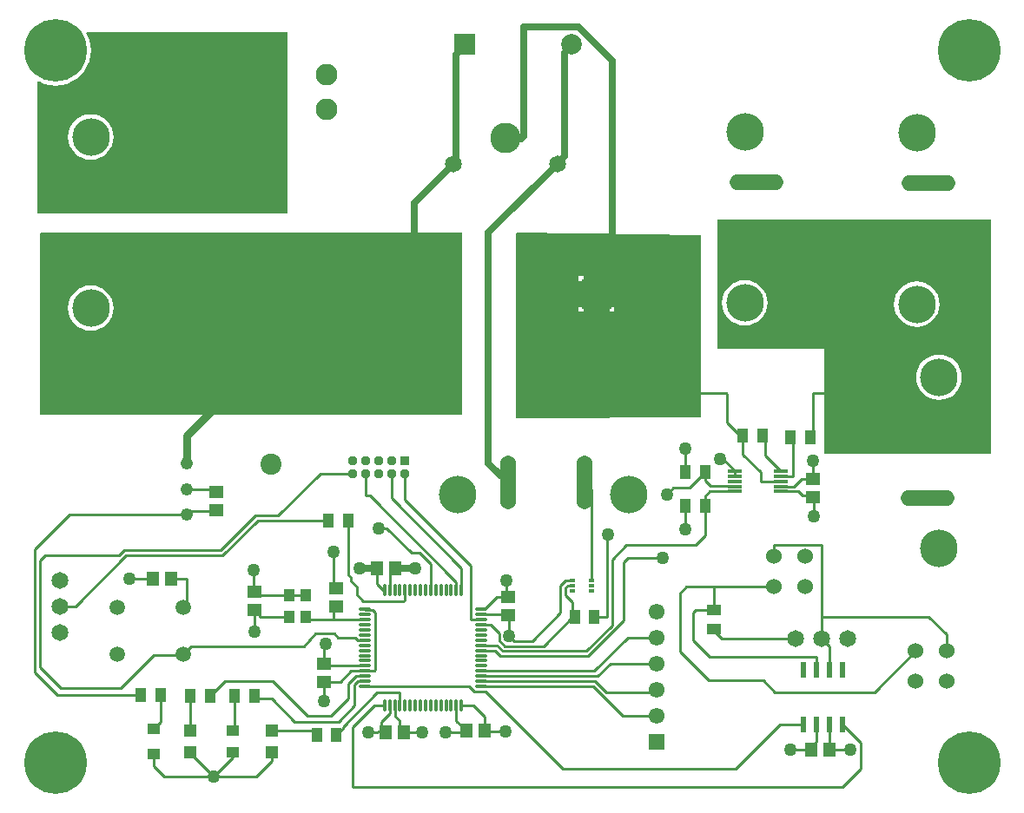
<source format=gbr>
%FSTAX23Y23*%
%MOIN*%
%SFA1B1*%

%IPPOS*%
%AMD21*
4,1,8,-0.026500,0.004000,-0.026500,-0.004000,-0.024500,-0.006000,0.024500,-0.006000,0.026500,-0.004000,0.026500,0.004000,0.024500,0.006000,-0.024500,0.006000,-0.026500,0.004000,0.0*
1,1,0.004000,-0.024500,0.004000*
1,1,0.004000,-0.024500,-0.004000*
1,1,0.004000,0.024500,-0.004000*
1,1,0.004000,0.024500,0.004000*
%
%ADD10R,0.043000X0.051000*%
%ADD11R,0.047000X0.047000*%
%ADD12R,0.041000X0.055000*%
%ADD13R,0.024000X0.012000*%
%ADD14R,0.045000X0.057000*%
%ADD15R,0.057000X0.045000*%
%ADD16O,0.051000X0.012000*%
%ADD17O,0.012000X0.051000*%
%ADD18R,0.049000X0.043000*%
%ADD19R,0.055000X0.041000*%
%ADD20R,0.024000X0.059000*%
G04~CAMADD=21~8~0.0~0.0~120.0~530.0~20.0~0.0~15~0.0~0.0~0.0~0.0~0~0.0~0.0~0.0~0.0~0~0.0~0.0~0.0~90.0~530.0~120.0*
%ADD21D21*%
%ADD22R,0.047000X0.043000*%
%ADD23C,0.011000*%
%ADD24C,0.025000*%
%ADD25C,0.010000*%
%ADD26C,0.030000*%
%ADD27C,0.060000*%
%ADD28R,0.061000X0.061000*%
%ADD29C,0.061000*%
%ADD30O,0.207000X0.060000*%
%ADD31C,0.144000*%
%ADD32O,0.060000X0.207000*%
%ADD33C,0.079000*%
%ADD34R,0.079000X0.079000*%
%ADD35C,0.081000*%
%ADD36C,0.083000*%
%ADD37R,0.083000X0.083000*%
%ADD38C,0.037000*%
%ADD39R,0.037000X0.037000*%
%ADD40C,0.059000*%
%ADD41C,0.065000*%
%ADD42C,0.049000*%
%ADD43C,0.240000*%
%ADD44C,0.075000*%
%ADD45C,0.065000*%
%ADD46C,0.121000*%
%ADD47C,0.117000*%
%ADD48R,0.117000X0.117000*%
%ADD49C,0.050000*%
%LNbatt_man_rev2_copper_signal_top-1*%
%LPD*%
G36*
X0104Y0272D02*
X0008D01*
Y03224*
X00084Y03227*
X00089Y03224*
X00108Y03216*
X00129Y03211*
X0015Y0321*
X00171Y03211*
X00192Y03216*
X00211Y03224*
X0023Y03235*
X00246Y03249*
X0026Y03265*
X00271Y03284*
X00279Y03303*
X00284Y03324*
X00285Y03345*
X00284Y03366*
X00279Y03387*
X00271Y03406*
X00268Y03411*
X00271Y03415*
X0104*
Y0272*
G37*
G36*
X0171Y02645D02*
Y01945D01*
X0009*
Y0264*
X00092Y02645*
X0171*
G37*
G36*
X02625Y02635D02*
Y01935D01*
X01919Y01931*
X01915Y01934*
Y02642*
X01919Y02645*
X02625Y02635*
G37*
G36*
X0374Y01795D02*
X031D01*
Y022*
X0269*
Y02695*
X0374*
Y01795*
G37*
%LNbatt_man_rev2_copper_signal_top-2*%
%LPC*%
G36*
X00851Y03303D02*
X0085D01*
Y03302*
X00851*
Y03303*
G37*
G36*
X0075D02*
X00749D01*
Y03302*
X0075*
Y03303*
G37*
G36*
X00851Y03202D02*
X0085D01*
Y03201*
X00851*
Y03202*
G37*
G36*
X0075D02*
X00749D01*
Y03201*
X0075*
Y03202*
G37*
G36*
X00285Y031D02*
X00268Y03099D01*
X00252Y03094*
X00236Y03085*
X00223Y03075*
X00212Y03061*
X00204Y03046*
X00199Y0303*
X00198Y03013*
X00199Y02996*
X00204Y0298*
X00212Y02964*
X00223Y02951*
X00236Y0294*
X00252Y02932*
X00268Y02927*
X00285Y02926*
X00302Y02927*
X00318Y02932*
X00333Y0294*
X00347Y02951*
X00357Y02964*
X00366Y0298*
X00371Y02996*
X00372Y03013*
X00371Y0303*
X00366Y03046*
X00357Y03061*
X00347Y03075*
X00333Y03085*
X00318Y03094*
X00302Y03099*
X00285Y031*
G37*
G36*
X01575Y0236D02*
D01*
G37*
G36*
X01475D02*
D01*
G37*
G36*
X00285Y02443D02*
X00268Y02441D01*
X00252Y02436*
X00236Y02428*
X00223Y02417*
X00212Y02404*
X00204Y02389*
X00199Y02372*
X00198Y02355*
X00199Y02338*
X00204Y02322*
X00212Y02307*
X00223Y02294*
X00236Y02283*
X00252Y02275*
X00268Y0227*
X00285Y02268*
X00302Y0227*
X00318Y02275*
X00333Y02283*
X00347Y02294*
X00357Y02307*
X00366Y02322*
X00371Y02338*
X00372Y02355*
X00371Y02372*
X00366Y02389*
X00357Y02404*
X00347Y02417*
X00333Y02428*
X00318Y02436*
X00302Y02441*
X00285Y02443*
G37*
G36*
X01575Y0226D02*
D01*
G37*
G36*
X01475D02*
D01*
G37*
G36*
X02293Y02478D02*
X02275D01*
Y0246*
X02293*
Y02478*
G37*
G36*
X02175D02*
X02157D01*
Y0246*
X02175*
Y02478*
G37*
G36*
X02293Y0236D02*
X02275D01*
Y02342*
X02293*
Y0236*
G37*
G36*
X02175D02*
X02157D01*
Y02342*
X02175*
Y0236*
G37*
G36*
X02795Y02463D02*
X02778Y02461D01*
X02762Y02456*
X02746Y02448*
X02733Y02437*
X02722Y02424*
X02714Y02409*
X02709Y02392*
X02708Y02375*
X02709Y02358*
X02714Y02342*
X02722Y02327*
X02733Y02314*
X02746Y02303*
X02762Y02295*
X02778Y0229*
X02795Y02288*
X02812Y0229*
X02828Y02295*
X02843Y02303*
X02857Y02314*
X02867Y02327*
X02876Y02342*
X02881Y02358*
X02882Y02375*
X02881Y02392*
X02876Y02409*
X02867Y02424*
X02857Y02437*
X02843Y02448*
X02828Y02456*
X02812Y02461*
X02795Y02463*
G37*
G36*
X03455Y02458D02*
X03438Y02456D01*
X03422Y02451*
X03406Y02443*
X03393Y02432*
X03382Y02419*
X03374Y02404*
X03369Y02387*
X03368Y0237*
X03369Y02353*
X03374Y02337*
X03382Y02322*
X03393Y02309*
X03406Y02298*
X03422Y0229*
X03438Y02285*
X03455Y02283*
X03472Y02285*
X03488Y0229*
X03503Y02298*
X03517Y02309*
X03527Y02322*
X03536Y02337*
X03541Y02353*
X03542Y0237*
X03541Y02387*
X03536Y02404*
X03527Y02419*
X03517Y02432*
X03503Y02443*
X03488Y02451*
X03472Y02456*
X03455Y02458*
G37*
G36*
X0354Y02177D02*
X03523Y02175D01*
X03507Y0217*
X03492Y02162*
X03478Y02151*
X03468Y02138*
X03459Y02123*
X03454Y02107*
X03453Y0209*
X03454Y02073*
X03459Y02056*
X03468Y02041*
X03478Y02028*
X03492Y02017*
X03507Y02009*
X03523Y02004*
X0354Y02002*
X03557Y02004*
X03573Y02009*
X03589Y02017*
X03602Y02028*
X03613Y02041*
X03621Y02056*
X03626Y02073*
X03627Y0209*
X03626Y02107*
X03621Y02123*
X03613Y02138*
X03602Y02151*
X03589Y02162*
X03573Y0217*
X03557Y02175*
X0354Y02177*
G37*
%LNbatt_man_rev2_copper_signal_top-3*%
%LPD*%
G54D10*
X0111Y01251D03*
Y0117D03*
X01046D03*
Y01251D03*
G54D11*
X0098Y00731D03*
Y00649D03*
X00665D03*
Y00731D03*
G54D12*
X01153Y00715D03*
X01227D03*
X01198Y0154D03*
X01272D03*
X00552Y0087D03*
X00478D03*
X02217Y0117D03*
X02143D03*
X02862Y01865D03*
X02788D03*
X02568Y01725D03*
X02642D03*
X02568Y01595D03*
X02642D03*
X00668Y00865D03*
X00742D03*
X00838D03*
X00912D03*
X03045Y0186D03*
X0297D03*
G54D13*
X02207Y0127D03*
Y0129D03*
Y0131D03*
X02133D03*
Y0129D03*
Y0127D03*
G54D14*
X00593Y01315D03*
X00523D03*
X01795Y00732D03*
X01725D03*
X01485Y00725D03*
X01415D03*
X01383Y01356D03*
X01454D03*
X0305Y0066D03*
X0312D03*
G54D15*
X00912Y01266D03*
Y01195D03*
X0118Y00919D03*
Y0099D03*
X01885Y01245D03*
Y01174D03*
X03055Y0163D03*
Y017D03*
X01225Y0128D03*
Y0121D03*
X00765Y0165D03*
Y0158D03*
G54D16*
X01338Y01198D03*
Y01178D03*
Y01158D03*
Y01139D03*
Y01119D03*
Y01099D03*
Y0108D03*
Y0106D03*
Y0104D03*
Y0102D03*
Y01001D03*
Y00981D03*
Y00961D03*
Y00942D03*
Y00922D03*
Y00902D03*
X01782D03*
Y00922D03*
Y00942D03*
Y00961D03*
Y00981D03*
Y01001D03*
Y0102D03*
Y0104D03*
Y0106D03*
Y0108D03*
Y01099D03*
Y01119D03*
Y01139D03*
Y01158D03*
Y01178D03*
Y01198D03*
G54D17*
X01412Y00828D03*
X01432D03*
X01452D03*
X01471D03*
X01491D03*
X01511D03*
X0153D03*
X0155D03*
X0157D03*
X0159D03*
X01609D03*
X01629D03*
X01649D03*
X01668D03*
X01688D03*
X01708D03*
Y01272D03*
X01688D03*
X01668D03*
X01649D03*
X01629D03*
X01609D03*
X0159D03*
X0157D03*
X0155D03*
X0153D03*
X01511D03*
X01491D03*
X01471D03*
X01452D03*
X01432D03*
X01412D03*
G54D18*
X00525Y00739D03*
Y00641D03*
G54D19*
X02675Y01123D03*
Y01197D03*
G54D20*
X0302Y00755D03*
X0307D03*
X0312D03*
X0317D03*
Y00964D03*
X0312D03*
X0307D03*
X0302D03*
G54D21*
X02757Y01651D03*
Y0167D03*
Y0169D03*
Y0171D03*
X02933Y01651D03*
Y0167D03*
Y0169D03*
Y0171D03*
X02757Y01729D03*
X02933D03*
G54D22*
X0083Y00649D03*
Y00731D03*
G54D23*
X03292Y0088D02*
X03451Y01039D01*
X0291Y0088D02*
X03292D01*
X02865Y00925D02*
X0291Y0088D01*
X02656Y00925D02*
X02865D01*
X02545Y01036D02*
X02656Y00925D01*
X02545Y01036D02*
Y0126D01*
X0257Y01285*
X02675*
X0309Y0117D02*
Y01445D01*
Y01085D02*
Y0117D01*
X03569Y01039D02*
Y01101D01*
X035Y0117D02*
X03569Y01101D01*
X0309Y0117D02*
X035D01*
X0091Y01278D02*
Y0135D01*
Y01278D02*
X00917Y01271D01*
X02207Y0119D02*
X02227Y0117D01*
X01886Y01175D02*
X0189Y01171D01*
X01783Y01178D02*
X01885D01*
X00912Y01195D02*
X00937Y0117D01*
X00912Y01195D02*
D01*
Y01111D02*
Y01195D01*
Y01266D02*
X00917Y01271D01*
X00912Y01266D02*
X00927Y01251D01*
X01046*
X00937Y0117D02*
X01046D01*
Y01251D02*
X0111D01*
X01355Y01635D02*
X01688Y01302D01*
X0134Y01635D02*
X01355D01*
X02723Y0203D02*
X02728Y02025D01*
X02565Y0203D02*
X02723D01*
X0267Y01123D02*
X02708Y01085D01*
X0299*
X02907Y01403D02*
Y01445D01*
X02908Y01447*
X03088*
X0309Y01445*
X0267Y01197D02*
X02675Y01202D01*
Y01285*
X02907*
X02607Y01197D02*
X0267D01*
X02595Y01185D02*
X02607Y01197D01*
X02595Y0108D02*
Y01185D01*
Y0108D02*
X0266Y01015D01*
X0307*
X00755Y00555D02*
X0092D01*
X00755D02*
X0083Y0063D01*
X00565Y00555D02*
X00755D01*
X00665Y00645D02*
X00755Y00555D01*
X03055Y0186D02*
Y0203D01*
X03165*
X0307Y00964D02*
Y01015D01*
X0309Y01085D02*
X0312Y01055D01*
Y00964D02*
Y01055D01*
X0188Y0126D02*
X0189Y0125D01*
X0149Y00731D02*
X01494Y00727D01*
X0148Y00721D02*
X0149Y00731D01*
X00667Y01575D02*
X0077D01*
X01338Y01197D02*
X01365D01*
X01338Y00962D02*
X01374D01*
X0317Y00755D02*
X0324Y00685D01*
Y00585D02*
Y00685D01*
X0317Y00515D02*
X0324Y00585D01*
X0276D02*
X0293Y00755D01*
X02097Y00585D02*
X0276D01*
X01291Y00515D02*
X03165D01*
X01291D02*
Y00746D01*
X00641Y01026D02*
X00671Y01056D01*
X00638Y01023D02*
X00641Y01026D01*
X00528Y01023D02*
X00638D01*
X01272Y01331D02*
Y0154D01*
Y01331D02*
X01284Y0132D01*
Y01306D02*
Y0132D01*
Y01306D02*
X01305Y01285D01*
Y01255D02*
Y01285D01*
Y01255D02*
X0133Y0123D01*
X004Y00895D02*
X00528Y01023D01*
X02728Y01915D02*
X02788Y01855D01*
Y01865*
Y01792D02*
Y01855D01*
Y01792D02*
X02855Y01725D01*
Y0169D02*
Y01725D01*
X02565Y0203D02*
X0257Y02025D01*
X02728Y01915D02*
Y02025D01*
X02266Y0117D02*
Y01481D01*
X02227Y0117D02*
X02266D01*
X02133Y01168D02*
Y01226D01*
X02022Y01056D02*
X02133Y01168D01*
X01874Y01056D02*
X02022D01*
X02285Y01137D02*
Y0139D01*
X02186Y01038D02*
X02285Y01137D01*
X01866Y01038D02*
X02186D01*
X0233Y01155D02*
Y0138D01*
X02194Y01018D02*
X0233Y01155D01*
X01858Y01018D02*
X02194D01*
X00433Y01315D02*
X00523D01*
X0017Y00895D02*
X004D01*
X0009Y00975D02*
X0017Y00895D01*
X0009Y00975D02*
Y01385D01*
X0011Y01405*
X00393*
X00412Y01424*
X00782*
X00917Y01559*
X01004*
X01215Y0128D02*
D01*
Y0142D01*
X01338Y00961D02*
Y00962D01*
X01374D02*
X01377Y00965D01*
Y01186*
X01365Y01197D02*
X01377Y01186D01*
X01338Y01197D02*
Y01198D01*
X00525Y00595D02*
X00565Y00555D01*
X00525Y00595D02*
Y00641D01*
X0092Y00555D02*
X0098Y00615D01*
Y00649*
X0083Y0063D02*
Y00649D01*
X00665Y00645D02*
Y00649D01*
X00155Y0087D02*
X00478D01*
X0007Y00955D02*
X00155Y0087D01*
X0007Y00955D02*
Y0143D01*
X00202Y01562*
X00654*
X00525Y00739D02*
X00552Y00767D01*
Y0087*
X00665Y00731D02*
Y00862D01*
X00668Y00865*
X00811Y0075D02*
X0083Y00731D01*
X00838Y00739D02*
Y00865D01*
X0083Y00731D02*
X00838Y00739D01*
X01136Y00731D02*
X01153Y00715D01*
X0098Y00731D02*
X01136D01*
X00742Y00865D02*
X00799Y00922D01*
X00983*
X01115Y0079*
X01205*
X01272Y00857*
Y00911*
X01303Y00941*
X01337*
X01338Y00942*
X01235Y00767D02*
X01298Y0083D01*
X01252Y00747D02*
X01384Y00879D01*
X01291Y00746D02*
X01373Y00828D01*
X01298Y0083D02*
Y0091D01*
X01148Y01104D02*
X0122D01*
X01234Y0109*
X013*
X0129Y0172D02*
X01295D01*
X01165D02*
X0129D01*
X01337Y0108D02*
X01338D01*
X0131D02*
X01337D01*
X013Y0109D02*
X0131Y0108D01*
X00671Y01056D02*
X01102D01*
X01148Y01104*
X00165Y0121D02*
X00225D01*
X0042Y01405*
X0079*
X00925Y0154*
X01198*
X00653Y01218D02*
Y01315D01*
X01215Y01158D02*
X01338D01*
X01109D02*
X01215D01*
Y0121*
X00765Y0165D02*
X0077Y01645D01*
X00755Y0166D02*
X00765Y0165D01*
X00905Y00855D02*
X00979D01*
X01067Y00767*
X01235*
X01298Y0091D02*
X0131Y00922D01*
X01337*
X01338*
X01227Y00715D02*
X01252Y0074D01*
Y00747*
X0118Y00845D02*
Y00919D01*
Y0106D02*
X01185Y01065D01*
X0118Y0099D02*
Y0106D01*
X01161Y00845D02*
X0118D01*
X01167Y01065D02*
X01185D01*
X0189Y01095D02*
X0191Y01076D01*
X01979*
X02088Y01184*
Y0129*
X02108Y01309*
X02132*
X02133Y0131*
X02266Y01481D02*
X0227Y01485D01*
X03055Y0177D02*
D01*
Y017D02*
Y0177D01*
X02933Y0167D02*
D01*
X02964*
D01*
X02983D01*
X03014Y017*
X03055*
X02872Y0179D02*
X02933Y01729D01*
X02872Y0179D02*
Y01845D01*
X02855Y0169D02*
X02933D01*
X0159Y01272D02*
Y01371D01*
X01546Y01415D02*
X0159Y01371D01*
X01515Y01415D02*
X01546D01*
X0142Y0151D02*
X01515Y01415D01*
X01389Y0151D02*
X0142D01*
X01688Y01272D02*
Y01302D01*
X0134Y01635D02*
Y0172D01*
X0144Y01625D02*
Y0172D01*
Y01625D02*
X01708Y01357D01*
Y01272D02*
Y01357D01*
X0149Y0162D02*
Y0172D01*
Y0162D02*
X01743Y01367D01*
Y01158D02*
Y01367D01*
Y01158D02*
X01782D01*
X0293Y00755D02*
X0302D01*
X01799Y00883D02*
X02097Y00585D01*
X01755Y00883D02*
X01799D01*
X01735Y00902D02*
X01755Y00883D01*
X01338Y00902D02*
X01735D01*
X01708Y00828D02*
X01752D01*
X01795Y00785*
Y00732D02*
Y00785D01*
Y00732D02*
X01799Y00728D01*
X01875*
X01717Y00724D02*
X01725Y00732D01*
X01645Y00724D02*
X01717D01*
X01688Y00769D02*
X01725Y00732D01*
X01688Y00769D02*
Y00828D01*
X01819Y01138D02*
X01852Y01105D01*
Y01079D02*
Y01105D01*
X01837Y0104D02*
X01858Y01018D01*
X01782Y0104D02*
X01837D01*
X01844Y0106D02*
X01866Y01038D01*
X01782Y0106D02*
X01844D01*
X01852Y01079D02*
X01874Y01056D01*
X0189Y01095D02*
Y01171D01*
X01885Y01174D02*
X01886Y01175D01*
X0188Y0126D02*
Y0131D01*
X01885Y01245D02*
X0189Y0125D01*
X0118Y00919D02*
X01242D01*
X01284Y00961*
X01338*
X0118Y0099D02*
X01189Y00981D01*
X01338*
X0135Y00724D02*
X01384D01*
X01389Y0073*
X01494Y00727D02*
X01555D01*
X01471Y0073D02*
X0148Y00721D01*
X01373Y00828D02*
X01412D01*
X01389Y0073D02*
X01395Y00724D01*
X01401Y0073*
X02325Y0079D02*
X02455D01*
X02213Y00902D02*
X02325Y0079D01*
X01782Y00902D02*
X02213D01*
X02445Y0088D02*
X02455Y0089D01*
X02263Y0088D02*
X02445D01*
X02221Y00922D02*
X02263Y0088D01*
X01782Y00922D02*
X02221D01*
X02279Y0099D02*
X02455D01*
X0223Y00942D02*
X02279Y0099D01*
X01782Y00942D02*
X0223D01*
X02345Y0109D02*
X02455D01*
X02216Y00961D02*
X02345Y0109D01*
X01782Y00961D02*
X02216D01*
X01782Y01178D02*
X01783D01*
X01885Y01174D02*
Y01178D01*
X01844Y01245D02*
X01885D01*
X01796Y01198D02*
X01844Y01245D01*
X01782Y01198D02*
X01796D01*
X01004Y01559D02*
X01165Y0172D01*
X02495Y0164D02*
X0252Y01665D01*
X02582*
X02642Y01725*
X0248Y01395D02*
D01*
X02345D02*
X0248D01*
X0233Y0138D02*
X02345Y01395D01*
X0234Y01445D02*
X02605D01*
X02285Y0139D02*
X0234Y01445D01*
X02642Y01482D02*
Y01595D01*
X02605Y01445D02*
X02642Y01482D01*
X0218Y01685D02*
X02207Y01657D01*
Y0131D02*
Y01657D01*
X02107Y01251D02*
X02133Y01226D01*
X02107Y01251D02*
Y01282D01*
X02115Y0129*
X02133*
X01782Y01139D02*
X01783Y01138D01*
X01819*
X0133Y0123D02*
X01485D01*
X01491Y01236*
Y01272*
X01452Y00788D02*
Y00828D01*
Y00788D02*
X01471Y00769D01*
Y0073D02*
Y00769D01*
X01401Y0073D02*
Y00767D01*
X01432Y00798*
Y00828*
X01384Y00879D02*
X01471D01*
Y00828D02*
Y00879D01*
X00593Y01315D02*
X00653D01*
X00654Y01562D02*
X00667Y01575D01*
X00654Y0166D02*
X00755D01*
X0304Y01845D02*
X03055Y0186D01*
G54D24*
X01455Y01357D02*
X01457Y01355D01*
X02225Y0241D02*
X02285Y0247D01*
Y03305*
X01685Y0333D02*
X01725Y0337D01*
X01675Y0291D02*
X01685Y0292D01*
Y0333*
X01525Y0276D02*
X01675Y0291D01*
X01525Y0231D02*
Y0276D01*
X01366Y01355D02*
X01375Y01364D01*
X02102Y03335D02*
X02123Y03355D01*
X02102Y02938D02*
Y03335D01*
X02075Y0291D02*
X02102Y02938D01*
X0181Y02645D02*
X02075Y0291D01*
X0181Y0176D02*
Y02645D01*
Y0176D02*
X01885Y01685D01*
X01945Y03435D02*
X02155D01*
X02285Y03305*
X01935Y03005D02*
X01945Y03015D01*
Y03435*
X01315Y01355D02*
X01366D01*
X01375Y01364D02*
X01383Y01356D01*
X01457Y01355D02*
X0153D01*
X01454Y01356D02*
X01455Y01357D01*
G54D25*
X0304Y0066D02*
X0307Y0069D01*
X03045Y01635D02*
X03055Y01625D01*
X0306Y01615D02*
X03065Y0162D01*
X0312Y0068D02*
X0314Y0066D01*
X032*
X0297D02*
X0304D01*
X0306Y01555D02*
Y01615D01*
X03055Y0163D02*
X03065Y0162D01*
X01383Y01295D02*
X01406Y01272D01*
X01383Y01295D02*
Y01356D01*
X01432Y01334D02*
X01454Y01356D01*
X01432Y01272D02*
Y01334D01*
X02712Y01775D02*
X02757Y01729D01*
X02701Y01775D02*
X02712D01*
X02757Y0171D02*
Y01729D01*
X0312Y0068D02*
Y00755D01*
X0307Y0069D02*
Y00755D01*
X02568Y01505D02*
Y01595D01*
Y01725D02*
Y01815D01*
X02757Y01671D02*
Y0167D01*
X02664Y01671D02*
X02757D01*
X02642Y01693D02*
X02664Y01671D01*
X02642Y01693D02*
Y01725D01*
X02661Y01651D02*
X02757D01*
X02642Y01632D02*
X02661Y01651D01*
X02642Y01595D02*
Y01632D01*
X03015Y01635D02*
X03045D01*
X02999Y01651D02*
X03015Y01635D01*
X02933Y01651D02*
X02999D01*
X02933Y0171D02*
D01*
X0298*
Y01845D01*
G54D26*
X00654Y01866D02*
X00975Y02188D01*
Y02193*
X00654Y01758D02*
Y01866D01*
G54D27*
X03569Y00921D03*
X03451D03*
X03569Y01039D03*
X03451D03*
X03025Y01403D03*
Y01285D03*
X02907Y01403D03*
Y01285D03*
G54D28*
X02455Y0069D03*
G54D29*
X02455Y0079D03*
Y0089D03*
Y0099D03*
Y0109D03*
Y0119D03*
G54D30*
X03495Y01625D03*
Y0192D03*
X0033Y0282D03*
Y02525D03*
X035Y02835D03*
Y0254D03*
X0284Y0284D03*
Y02545D03*
G54D31*
X0354Y01432D03*
Y0209D03*
X01692Y0164D03*
X0235D03*
X00285Y03013D03*
Y02355D03*
X03455Y03028D03*
Y0237D03*
X02795Y03033D03*
Y02375D03*
G54D32*
X01885Y01685D03*
X0218D03*
G54D33*
X02131Y0337D03*
G54D34*
X01719Y0337D03*
G54D35*
X00975Y02193D03*
Y01755D03*
G54D36*
X008Y03118D03*
X0119D03*
Y03252D03*
G54D37*
X008Y03252D03*
G54D38*
X0129Y0172D03*
X0134D03*
X0139D03*
X0144D03*
X0149D03*
X0129Y0177D03*
X0134D03*
X0139D03*
X0144D03*
G54D39*
X0149Y0177D03*
G54D40*
X00385Y01204D03*
X00641D03*
X00385Y01026D03*
X00641D03*
G54D41*
X00165Y0131D03*
Y0121D03*
Y0111D03*
X0299Y01085D03*
X0309D03*
X0319D03*
G54D42*
X00654Y01758D03*
Y0166D03*
Y01562D03*
G54D43*
X0015Y03345D03*
Y0061D03*
X03655Y03345D03*
Y0061D03*
G54D44*
X02565Y0203D03*
X03165D03*
G54D45*
X02075Y0291D03*
X01675D03*
G54D46*
X01525Y0231D03*
G54D47*
X01875Y0301D03*
G54D48*
X02225Y0241D03*
G54D49*
X0091Y0135D03*
X00912Y01111D03*
X00755Y00555D03*
X032Y0066D03*
X0297D03*
X01215Y0142D03*
X0118Y00845D03*
X01185Y01065D03*
X0227Y01485D03*
X01389Y0151D03*
X03055Y0177D03*
X00433Y01315D03*
X0306Y01555D03*
X0189Y01095D03*
X0188Y0131D03*
X01315Y01355D03*
X0153D03*
X0135Y00724D03*
X01555Y00727D03*
X01875Y00728D03*
X01645Y00724D03*
X02495Y0164D03*
X0248Y01395D03*
X02701Y01775D03*
X02568Y01505D03*
Y01815D03*
M02*
</source>
